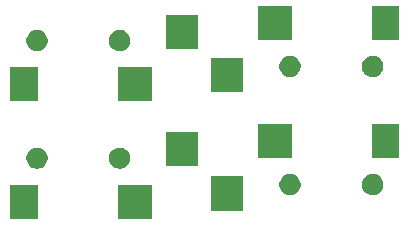
<source format=gbr>
G04 #@! TF.GenerationSoftware,KiCad,Pcbnew,(5.0.1)-rc2*
G04 #@! TF.CreationDate,2019-01-31T01:05:06-05:00*
G04 #@! TF.ProjectId,passive_buffer,706173736976655F6275666665722E6B,rev?*
G04 #@! TF.SameCoordinates,Original*
G04 #@! TF.FileFunction,Soldermask,Top*
G04 #@! TF.FilePolarity,Negative*
%FSLAX46Y46*%
G04 Gerber Fmt 4.6, Leading zero omitted, Abs format (unit mm)*
G04 Created by KiCad (PCBNEW (5.0.1)-rc2) date 1/31/2019 1:05:06 AM*
%MOMM*%
%LPD*%
G01*
G04 APERTURE LIST*
%ADD10C,0.100000*%
G04 APERTURE END LIST*
D10*
G36*
X143719800Y-89021800D02*
X140817800Y-89021800D01*
X140817800Y-86119800D01*
X143719800Y-86119800D01*
X143719800Y-89021800D01*
X143719800Y-89021800D01*
G37*
G36*
X134019800Y-89021800D02*
X131717800Y-89021800D01*
X131717800Y-86119800D01*
X134019800Y-86119800D01*
X134019800Y-89021800D01*
X134019800Y-89021800D01*
G37*
G36*
X151449400Y-88307000D02*
X148747400Y-88307000D01*
X148747400Y-85405000D01*
X151449400Y-85405000D01*
X151449400Y-88307000D01*
X151449400Y-88307000D01*
G37*
G36*
X162661212Y-85239624D02*
X162825184Y-85307544D01*
X162972754Y-85406147D01*
X163098253Y-85531646D01*
X163196856Y-85679216D01*
X163264776Y-85843188D01*
X163299400Y-86017259D01*
X163299400Y-86194741D01*
X163264776Y-86368812D01*
X163196856Y-86532784D01*
X163098253Y-86680354D01*
X162972754Y-86805853D01*
X162825184Y-86904456D01*
X162661212Y-86972376D01*
X162487141Y-87007000D01*
X162309659Y-87007000D01*
X162135588Y-86972376D01*
X161971616Y-86904456D01*
X161824046Y-86805853D01*
X161698547Y-86680354D01*
X161599944Y-86532784D01*
X161532024Y-86368812D01*
X161497400Y-86194741D01*
X161497400Y-86017259D01*
X161532024Y-85843188D01*
X161599944Y-85679216D01*
X161698547Y-85531646D01*
X161824046Y-85406147D01*
X161971616Y-85307544D01*
X162135588Y-85239624D01*
X162309659Y-85205000D01*
X162487141Y-85205000D01*
X162661212Y-85239624D01*
X162661212Y-85239624D01*
G37*
G36*
X155661212Y-85239624D02*
X155825184Y-85307544D01*
X155972754Y-85406147D01*
X156098253Y-85531646D01*
X156196856Y-85679216D01*
X156264776Y-85843188D01*
X156299400Y-86017259D01*
X156299400Y-86194741D01*
X156264776Y-86368812D01*
X156196856Y-86532784D01*
X156098253Y-86680354D01*
X155972754Y-86805853D01*
X155825184Y-86904456D01*
X155661212Y-86972376D01*
X155487141Y-87007000D01*
X155309659Y-87007000D01*
X155135588Y-86972376D01*
X154971616Y-86904456D01*
X154824046Y-86805853D01*
X154698547Y-86680354D01*
X154599944Y-86532784D01*
X154532024Y-86368812D01*
X154497400Y-86194741D01*
X154497400Y-86017259D01*
X154532024Y-85843188D01*
X154599944Y-85679216D01*
X154698547Y-85531646D01*
X154824046Y-85406147D01*
X154971616Y-85307544D01*
X155135588Y-85239624D01*
X155309659Y-85205000D01*
X155487141Y-85205000D01*
X155661212Y-85239624D01*
X155661212Y-85239624D01*
G37*
G36*
X141231612Y-83004424D02*
X141395584Y-83072344D01*
X141543154Y-83170947D01*
X141668653Y-83296446D01*
X141767256Y-83444016D01*
X141835176Y-83607988D01*
X141869800Y-83782059D01*
X141869800Y-83959541D01*
X141835176Y-84133612D01*
X141767256Y-84297584D01*
X141668653Y-84445154D01*
X141543154Y-84570653D01*
X141395584Y-84669256D01*
X141231612Y-84737176D01*
X141057541Y-84771800D01*
X140880059Y-84771800D01*
X140705988Y-84737176D01*
X140542016Y-84669256D01*
X140394446Y-84570653D01*
X140268947Y-84445154D01*
X140170344Y-84297584D01*
X140102424Y-84133612D01*
X140067800Y-83959541D01*
X140067800Y-83782059D01*
X140102424Y-83607988D01*
X140170344Y-83444016D01*
X140268947Y-83296446D01*
X140394446Y-83170947D01*
X140542016Y-83072344D01*
X140705988Y-83004424D01*
X140880059Y-82969800D01*
X141057541Y-82969800D01*
X141231612Y-83004424D01*
X141231612Y-83004424D01*
G37*
G36*
X134231612Y-83004424D02*
X134395584Y-83072344D01*
X134543154Y-83170947D01*
X134668653Y-83296446D01*
X134767256Y-83444016D01*
X134835176Y-83607988D01*
X134869800Y-83782059D01*
X134869800Y-83959541D01*
X134835176Y-84133612D01*
X134767256Y-84297584D01*
X134668653Y-84445154D01*
X134543154Y-84570653D01*
X134395584Y-84669256D01*
X134231612Y-84737176D01*
X134057541Y-84771800D01*
X133880059Y-84771800D01*
X133705988Y-84737176D01*
X133542016Y-84669256D01*
X133394446Y-84570653D01*
X133268947Y-84445154D01*
X133170344Y-84297584D01*
X133102424Y-84133612D01*
X133067800Y-83959541D01*
X133067800Y-83782059D01*
X133102424Y-83607988D01*
X133170344Y-83444016D01*
X133268947Y-83296446D01*
X133394446Y-83170947D01*
X133542016Y-83072344D01*
X133705988Y-83004424D01*
X133880059Y-82969800D01*
X134057541Y-82969800D01*
X134231612Y-83004424D01*
X134231612Y-83004424D01*
G37*
G36*
X147619800Y-84571800D02*
X144917800Y-84571800D01*
X144917800Y-81669800D01*
X147619800Y-81669800D01*
X147619800Y-84571800D01*
X147619800Y-84571800D01*
G37*
G36*
X155549400Y-83857000D02*
X152647400Y-83857000D01*
X152647400Y-80955000D01*
X155549400Y-80955000D01*
X155549400Y-83857000D01*
X155549400Y-83857000D01*
G37*
G36*
X164649400Y-83857000D02*
X162347400Y-83857000D01*
X162347400Y-80955000D01*
X164649400Y-80955000D01*
X164649400Y-83857000D01*
X164649400Y-83857000D01*
G37*
G36*
X134019800Y-79065000D02*
X131717800Y-79065000D01*
X131717800Y-76163000D01*
X134019800Y-76163000D01*
X134019800Y-79065000D01*
X134019800Y-79065000D01*
G37*
G36*
X143719800Y-79065000D02*
X140817800Y-79065000D01*
X140817800Y-76163000D01*
X143719800Y-76163000D01*
X143719800Y-79065000D01*
X143719800Y-79065000D01*
G37*
G36*
X151449400Y-78299400D02*
X148747400Y-78299400D01*
X148747400Y-75397400D01*
X151449400Y-75397400D01*
X151449400Y-78299400D01*
X151449400Y-78299400D01*
G37*
G36*
X155661212Y-75232024D02*
X155825184Y-75299944D01*
X155972754Y-75398547D01*
X156098253Y-75524046D01*
X156196856Y-75671616D01*
X156264776Y-75835588D01*
X156299400Y-76009659D01*
X156299400Y-76187141D01*
X156264776Y-76361212D01*
X156196856Y-76525184D01*
X156098253Y-76672754D01*
X155972754Y-76798253D01*
X155825184Y-76896856D01*
X155661212Y-76964776D01*
X155487141Y-76999400D01*
X155309659Y-76999400D01*
X155135588Y-76964776D01*
X154971616Y-76896856D01*
X154824046Y-76798253D01*
X154698547Y-76672754D01*
X154599944Y-76525184D01*
X154532024Y-76361212D01*
X154497400Y-76187141D01*
X154497400Y-76009659D01*
X154532024Y-75835588D01*
X154599944Y-75671616D01*
X154698547Y-75524046D01*
X154824046Y-75398547D01*
X154971616Y-75299944D01*
X155135588Y-75232024D01*
X155309659Y-75197400D01*
X155487141Y-75197400D01*
X155661212Y-75232024D01*
X155661212Y-75232024D01*
G37*
G36*
X162661212Y-75232024D02*
X162825184Y-75299944D01*
X162972754Y-75398547D01*
X163098253Y-75524046D01*
X163196856Y-75671616D01*
X163264776Y-75835588D01*
X163299400Y-76009659D01*
X163299400Y-76187141D01*
X163264776Y-76361212D01*
X163196856Y-76525184D01*
X163098253Y-76672754D01*
X162972754Y-76798253D01*
X162825184Y-76896856D01*
X162661212Y-76964776D01*
X162487141Y-76999400D01*
X162309659Y-76999400D01*
X162135588Y-76964776D01*
X161971616Y-76896856D01*
X161824046Y-76798253D01*
X161698547Y-76672754D01*
X161599944Y-76525184D01*
X161532024Y-76361212D01*
X161497400Y-76187141D01*
X161497400Y-76009659D01*
X161532024Y-75835588D01*
X161599944Y-75671616D01*
X161698547Y-75524046D01*
X161824046Y-75398547D01*
X161971616Y-75299944D01*
X162135588Y-75232024D01*
X162309659Y-75197400D01*
X162487141Y-75197400D01*
X162661212Y-75232024D01*
X162661212Y-75232024D01*
G37*
G36*
X141231612Y-73047624D02*
X141395584Y-73115544D01*
X141543154Y-73214147D01*
X141668653Y-73339646D01*
X141767256Y-73487216D01*
X141835176Y-73651188D01*
X141869800Y-73825259D01*
X141869800Y-74002741D01*
X141835176Y-74176812D01*
X141767256Y-74340784D01*
X141668653Y-74488354D01*
X141543154Y-74613853D01*
X141395584Y-74712456D01*
X141231612Y-74780376D01*
X141057541Y-74815000D01*
X140880059Y-74815000D01*
X140705988Y-74780376D01*
X140542016Y-74712456D01*
X140394446Y-74613853D01*
X140268947Y-74488354D01*
X140170344Y-74340784D01*
X140102424Y-74176812D01*
X140067800Y-74002741D01*
X140067800Y-73825259D01*
X140102424Y-73651188D01*
X140170344Y-73487216D01*
X140268947Y-73339646D01*
X140394446Y-73214147D01*
X140542016Y-73115544D01*
X140705988Y-73047624D01*
X140880059Y-73013000D01*
X141057541Y-73013000D01*
X141231612Y-73047624D01*
X141231612Y-73047624D01*
G37*
G36*
X134231612Y-73047624D02*
X134395584Y-73115544D01*
X134543154Y-73214147D01*
X134668653Y-73339646D01*
X134767256Y-73487216D01*
X134835176Y-73651188D01*
X134869800Y-73825259D01*
X134869800Y-74002741D01*
X134835176Y-74176812D01*
X134767256Y-74340784D01*
X134668653Y-74488354D01*
X134543154Y-74613853D01*
X134395584Y-74712456D01*
X134231612Y-74780376D01*
X134057541Y-74815000D01*
X133880059Y-74815000D01*
X133705988Y-74780376D01*
X133542016Y-74712456D01*
X133394446Y-74613853D01*
X133268947Y-74488354D01*
X133170344Y-74340784D01*
X133102424Y-74176812D01*
X133067800Y-74002741D01*
X133067800Y-73825259D01*
X133102424Y-73651188D01*
X133170344Y-73487216D01*
X133268947Y-73339646D01*
X133394446Y-73214147D01*
X133542016Y-73115544D01*
X133705988Y-73047624D01*
X133880059Y-73013000D01*
X134057541Y-73013000D01*
X134231612Y-73047624D01*
X134231612Y-73047624D01*
G37*
G36*
X147619800Y-74615000D02*
X144917800Y-74615000D01*
X144917800Y-71713000D01*
X147619800Y-71713000D01*
X147619800Y-74615000D01*
X147619800Y-74615000D01*
G37*
G36*
X155549400Y-73849400D02*
X152647400Y-73849400D01*
X152647400Y-70947400D01*
X155549400Y-70947400D01*
X155549400Y-73849400D01*
X155549400Y-73849400D01*
G37*
G36*
X164649400Y-73849400D02*
X162347400Y-73849400D01*
X162347400Y-70947400D01*
X164649400Y-70947400D01*
X164649400Y-73849400D01*
X164649400Y-73849400D01*
G37*
M02*

</source>
